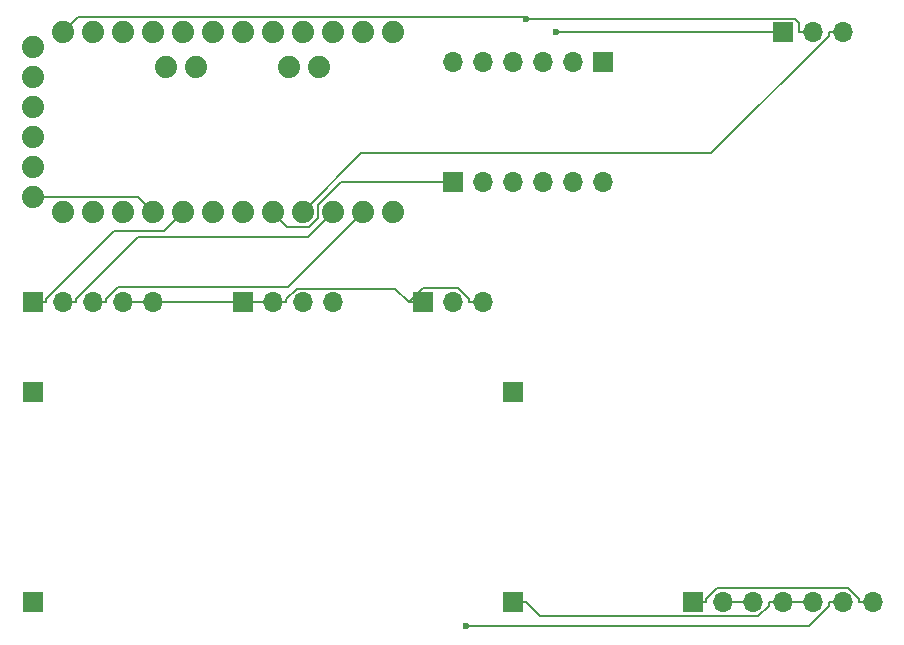
<source format=gbr>
%TF.GenerationSoftware,KiCad,Pcbnew,8.0.6*%
%TF.CreationDate,2024-11-20T22:47:01+01:00*%
%TF.ProjectId,Serverl_fter,53657276-6572-46cf-9c66-7465722e6b69,rev?*%
%TF.SameCoordinates,Original*%
%TF.FileFunction,Copper,L1,Top*%
%TF.FilePolarity,Positive*%
%FSLAX46Y46*%
G04 Gerber Fmt 4.6, Leading zero omitted, Abs format (unit mm)*
G04 Created by KiCad (PCBNEW 8.0.6) date 2024-11-20 22:47:01*
%MOMM*%
%LPD*%
G01*
G04 APERTURE LIST*
%TA.AperFunction,ComponentPad*%
%ADD10R,1.700000X1.700000*%
%TD*%
%TA.AperFunction,ComponentPad*%
%ADD11C,1.879600*%
%TD*%
%TA.AperFunction,ComponentPad*%
%ADD12O,1.700000X1.700000*%
%TD*%
%TA.AperFunction,ViaPad*%
%ADD13C,0.600000*%
%TD*%
%TA.AperFunction,Conductor*%
%ADD14C,0.200000*%
%TD*%
G04 APERTURE END LIST*
D10*
%TO.P,J9,1,Pin_1*%
%TO.N,Net-(J1-Pin_1)*%
X76200000Y-58420000D03*
%TD*%
D11*
%TO.P,U1,JP1_1,DTR*%
%TO.N,unconnected-(U1-DTR-PadJP1_1)*%
X35560000Y-29210000D03*
%TO.P,U1,JP1_2,TXO*%
%TO.N,unconnected-(U1-TXO-PadJP1_2)*%
X35560000Y-31750000D03*
%TO.P,U1,JP1_3,RXI*%
%TO.N,unconnected-(U1-RXI-PadJP1_3)*%
X35560000Y-34290000D03*
%TO.P,U1,JP1_4,VCC*%
%TO.N,unconnected-(U1-VCC-PadJP1_4)*%
X35560000Y-36830000D03*
%TO.P,U1,JP1_5,GND*%
%TO.N,Net-(J1-Pin_1)*%
X35560000Y-39370000D03*
%TO.P,U1,JP1_6,GND*%
X35560000Y-41910000D03*
%TO.P,U1,JP2_1,A4*%
%TO.N,Net-(J5-Pin_3)*%
X49403000Y-30861000D03*
%TO.P,U1,JP2_2,A5*%
%TO.N,Net-(J5-Pin_4)*%
X46863000Y-30861000D03*
%TO.P,U1,JP3_1,A6*%
%TO.N,unconnected-(U1-A6-PadJP3_1)*%
X59817000Y-30861000D03*
%TO.P,U1,JP3_2,A7*%
%TO.N,unconnected-(U1-A7-PadJP3_2)*%
X57277000Y-30861000D03*
%TO.P,U1,JP6_1,RAW*%
%TO.N,Net-(J10-Pin_1)*%
X38100000Y-27940000D03*
%TO.P,U1,JP6_2,GND_1*%
%TO.N,Net-(J1-Pin_1)*%
X40640000Y-27940000D03*
%TO.P,U1,JP6_3,RST_1*%
%TO.N,unconnected-(U1-RST_1-PadJP6_3)*%
X43180000Y-27940000D03*
%TO.P,U1,JP6_4,VCC_1*%
%TO.N,unconnected-(U1-VCC_1-PadJP6_4)*%
X45720000Y-27940000D03*
%TO.P,U1,JP6_5,A3*%
%TO.N,unconnected-(U1-A3-PadJP6_5)*%
X48260000Y-27940000D03*
%TO.P,U1,JP6_6,A2*%
%TO.N,unconnected-(U1-A2-PadJP6_6)*%
X50800000Y-27940000D03*
%TO.P,U1,JP6_7,A1*%
%TO.N,unconnected-(U1-A1-PadJP6_7)*%
X53340000Y-27940000D03*
%TO.P,U1,JP6_8,A0*%
%TO.N,unconnected-(U1-A0-PadJP6_8)*%
X55880000Y-27940000D03*
%TO.P,U1,JP6_9,SCK*%
%TO.N,unconnected-(U1-SCK-PadJP6_9)*%
X58420000Y-27940000D03*
%TO.P,U1,JP6_10,MISO*%
%TO.N,unconnected-(U1-MISO-PadJP6_10)*%
X60960000Y-27940000D03*
%TO.P,U1,JP6_11,MOSI*%
%TO.N,unconnected-(U1-MOSI-PadJP6_11)*%
X63500000Y-27940000D03*
%TO.P,U1,JP6_12,D10*%
%TO.N,unconnected-(U1-D10-PadJP6_12)*%
X66040000Y-27940000D03*
%TO.P,U1,JP7_1,D9*%
%TO.N,unconnected-(U1-D9-PadJP7_1)*%
X66040000Y-43180000D03*
%TO.P,U1,JP7_2,D8*%
%TO.N,Net-(J4-Pin_3)*%
X63500000Y-43180000D03*
%TO.P,U1,JP7_3,D7*%
%TO.N,Net-(J4-Pin_2)*%
X60960000Y-43180000D03*
%TO.P,U1,JP7_4,D6*%
%TO.N,Net-(J7-Pin_3)*%
X58420000Y-43180000D03*
%TO.P,U1,JP7_5,D5*%
%TO.N,Net-(J2-Pin_1)*%
X55880000Y-43180000D03*
%TO.P,U1,JP7_6,D4*%
%TO.N,Net-(J6-Pin_2)*%
X53340000Y-43180000D03*
%TO.P,U1,JP7_7,D3*%
%TO.N,unconnected-(U1-D3-PadJP7_7)*%
X50800000Y-43180000D03*
%TO.P,U1,JP7_8,D2*%
%TO.N,Net-(J4-Pin_1)*%
X48260000Y-43180000D03*
%TO.P,U1,JP7_9,GND_2*%
%TO.N,Net-(J1-Pin_1)*%
X45720000Y-43180000D03*
%TO.P,U1,JP7_10,RST_2*%
%TO.N,unconnected-(U1-RST_2-PadJP7_10)*%
X43180000Y-43180000D03*
%TO.P,U1,JP7_11,RXI_2*%
%TO.N,unconnected-(U1-RXI_2-PadJP7_11)*%
X40640000Y-43180000D03*
%TO.P,U1,JP7_12,TXO_2*%
%TO.N,unconnected-(U1-TXO_2-PadJP7_12)*%
X38100000Y-43180000D03*
%TD*%
D10*
%TO.P,J3,1,Pin_1*%
%TO.N,unconnected-(J3-Pin_1-Pad1)*%
X83820000Y-30480000D03*
D12*
%TO.P,J3,2,Pin_2*%
%TO.N,unconnected-(J3-Pin_2-Pad2)*%
X81280000Y-30480000D03*
%TO.P,J3,3,Pin_3*%
%TO.N,unconnected-(J3-Pin_3-Pad3)*%
X78740000Y-30480000D03*
%TO.P,J3,4,Pin_4*%
%TO.N,unconnected-(J3-Pin_4-Pad4)*%
X76200000Y-30480000D03*
%TO.P,J3,5,Pin_5*%
%TO.N,unconnected-(J3-Pin_5-Pad5)*%
X73660000Y-30480000D03*
%TO.P,J3,6,Pin_6*%
%TO.N,Net-(J1-Pin_6)*%
X71120000Y-30480000D03*
%TD*%
D10*
%TO.P,J4,1,Pin_1*%
%TO.N,Net-(J4-Pin_1)*%
X35560000Y-50800000D03*
D12*
%TO.P,J4,2,Pin_2*%
%TO.N,Net-(J4-Pin_2)*%
X38100000Y-50800000D03*
%TO.P,J4,3,Pin_3*%
%TO.N,Net-(J4-Pin_3)*%
X40640000Y-50800000D03*
%TO.P,J4,4,Pin_4*%
%TO.N,Net-(J1-Pin_1)*%
X43180000Y-50800000D03*
%TO.P,J4,5,Pin_5*%
X45720000Y-50800000D03*
%TD*%
D10*
%TO.P,J6,1,Pin_1*%
%TO.N,Net-(J1-Pin_1)*%
X68580000Y-50800000D03*
D12*
%TO.P,J6,2,Pin_2*%
%TO.N,Net-(J6-Pin_2)*%
X71120000Y-50800000D03*
%TO.P,J6,3,Pin_3*%
%TO.N,Net-(J1-Pin_1)*%
X73660000Y-50800000D03*
%TD*%
D10*
%TO.P,J5,1,Pin_1*%
%TO.N,Net-(J1-Pin_1)*%
X53340000Y-50800000D03*
D12*
%TO.P,J5,2,Pin_2*%
X55880000Y-50800000D03*
%TO.P,J5,3,Pin_3*%
%TO.N,Net-(J5-Pin_3)*%
X58420000Y-50800000D03*
%TO.P,J5,4,Pin_4*%
%TO.N,Net-(J5-Pin_4)*%
X60960000Y-50800000D03*
%TD*%
D10*
%TO.P,J11,1,Pin_1*%
%TO.N,Net-(J1-Pin_1)*%
X35560000Y-58420000D03*
%TD*%
%TO.P,J1,1,Pin_1*%
%TO.N,Net-(J1-Pin_1)*%
X91440000Y-76200000D03*
D12*
%TO.P,J1,2,Pin_2*%
%TO.N,Net-(J1-Pin_2)*%
X93980000Y-76200000D03*
%TO.P,J1,3,Pin_3*%
X96520000Y-76200000D03*
%TO.P,J1,4,Pin_4*%
%TO.N,Net-(J1-Pin_4)*%
X99060000Y-76200000D03*
%TO.P,J1,5,Pin_5*%
X101600000Y-76200000D03*
%TO.P,J1,6,Pin_6*%
%TO.N,Net-(J1-Pin_6)*%
X104140000Y-76200000D03*
%TO.P,J1,7,Pin_7*%
%TO.N,Net-(J1-Pin_1)*%
X106680000Y-76200000D03*
%TD*%
D10*
%TO.P,J2,1,Pin_1*%
%TO.N,Net-(J2-Pin_1)*%
X71120000Y-40640000D03*
D12*
%TO.P,J2,2,Pin_2*%
%TO.N,unconnected-(J2-Pin_2-Pad2)*%
X73660000Y-40640000D03*
%TO.P,J2,3,Pin_3*%
%TO.N,Net-(J10-Pin_1)*%
X76200000Y-40640000D03*
%TO.P,J2,4,Pin_4*%
%TO.N,Net-(J1-Pin_1)*%
X78740000Y-40640000D03*
%TO.P,J2,5,Pin_5*%
%TO.N,unconnected-(J2-Pin_5-Pad5)*%
X81280000Y-40640000D03*
%TO.P,J2,6,Pin_6*%
%TO.N,unconnected-(J2-Pin_6-Pad6)*%
X83820000Y-40640000D03*
%TD*%
D10*
%TO.P,J10,1,Pin_1*%
%TO.N,Net-(J10-Pin_1)*%
X35560000Y-76200000D03*
%TD*%
%TO.P,J8,1,Pin_1*%
%TO.N,Net-(J1-Pin_4)*%
X76200000Y-76200000D03*
%TD*%
%TO.P,J7,1,Pin_1*%
%TO.N,Net-(J1-Pin_1)*%
X99060000Y-27940000D03*
D12*
%TO.P,J7,2,Pin_2*%
%TO.N,Net-(J10-Pin_1)*%
X101600000Y-27940000D03*
%TO.P,J7,3,Pin_3*%
%TO.N,Net-(J7-Pin_3)*%
X104140000Y-27940000D03*
%TD*%
D13*
%TO.N,Net-(J10-Pin_1)*%
X77351700Y-26788300D03*
%TO.N,Net-(J1-Pin_1)*%
X79891700Y-27940000D03*
%TO.N,Net-(J1-Pin_6)*%
X72271700Y-78223600D03*
%TD*%
D14*
%TO.N,Net-(J7-Pin_3)*%
X104140000Y-27940000D02*
X102988300Y-27940000D01*
X63401900Y-38198100D02*
X58420000Y-43180000D01*
X93018100Y-38198100D02*
X63401900Y-38198100D01*
X102988300Y-28227900D02*
X93018100Y-38198100D01*
X102988300Y-27940000D02*
X102988300Y-28227900D01*
%TO.N,Net-(J4-Pin_2)*%
X38100000Y-50800000D02*
X39251700Y-50800000D01*
X58866000Y-45274000D02*
X60960000Y-43180000D01*
X44489800Y-45274000D02*
X58866000Y-45274000D01*
X39251700Y-50512100D02*
X44489800Y-45274000D01*
X39251700Y-50800000D02*
X39251700Y-50512100D01*
%TO.N,Net-(J4-Pin_3)*%
X40640000Y-50800000D02*
X41791700Y-50800000D01*
X41791700Y-50511900D02*
X41791700Y-50800000D01*
X42793500Y-49510100D02*
X41791700Y-50511900D01*
X57169900Y-49510100D02*
X42793500Y-49510100D01*
X63500000Y-43180000D02*
X57169900Y-49510100D01*
%TO.N,Net-(J4-Pin_1)*%
X46651600Y-44788400D02*
X48260000Y-43180000D01*
X42435400Y-44788400D02*
X46651600Y-44788400D01*
X36711700Y-50512100D02*
X42435400Y-44788400D01*
X36711700Y-50800000D02*
X36711700Y-50512100D01*
X35560000Y-50800000D02*
X36711700Y-50800000D01*
%TO.N,Net-(J2-Pin_1)*%
X61636200Y-40640000D02*
X71120000Y-40640000D01*
X59718500Y-42557700D02*
X61636200Y-40640000D01*
X59718500Y-43671100D02*
X59718500Y-42557700D01*
X58956700Y-44432900D02*
X59718500Y-43671100D01*
X57132900Y-44432900D02*
X58956700Y-44432900D01*
X55880000Y-43180000D02*
X57132900Y-44432900D01*
%TO.N,Net-(J10-Pin_1)*%
X101600000Y-27940000D02*
X100448300Y-27940000D01*
X100088400Y-26788300D02*
X77351700Y-26788300D01*
X100448300Y-27148200D02*
X100088400Y-26788300D01*
X100448300Y-27940000D02*
X100448300Y-27148200D01*
X77208100Y-26644700D02*
X77351700Y-26788300D01*
X39395300Y-26644700D02*
X77208100Y-26644700D01*
X38100000Y-27940000D02*
X39395300Y-26644700D01*
%TO.N,Net-(J1-Pin_2)*%
X96520000Y-76200000D02*
X93980000Y-76200000D01*
%TO.N,Net-(J1-Pin_1)*%
X105528300Y-75931500D02*
X105528300Y-76200000D01*
X104631500Y-75034700D02*
X105528300Y-75931500D01*
X93469100Y-75034700D02*
X104631500Y-75034700D01*
X92591700Y-75912100D02*
X93469100Y-75034700D01*
X92591700Y-76200000D02*
X92591700Y-75912100D01*
X91440000Y-76200000D02*
X92591700Y-76200000D01*
X106680000Y-76200000D02*
X105528300Y-76200000D01*
X55880000Y-50800000D02*
X53340000Y-50800000D01*
X53340000Y-50800000D02*
X45720000Y-50800000D01*
X45720000Y-50800000D02*
X43180000Y-50800000D01*
X44450000Y-41910000D02*
X35560000Y-41910000D01*
X45720000Y-43180000D02*
X44450000Y-41910000D01*
X66276600Y-49648300D02*
X67428300Y-50800000D01*
X57933700Y-49648300D02*
X66276600Y-49648300D01*
X57031700Y-50550300D02*
X57933700Y-49648300D01*
X57031700Y-50800000D02*
X57031700Y-50550300D01*
X55880000Y-50800000D02*
X57031700Y-50800000D01*
X68580000Y-50800000D02*
X67428300Y-50800000D01*
X68610400Y-49617900D02*
X67428300Y-50800000D01*
X71614100Y-49617900D02*
X68610400Y-49617900D01*
X72508300Y-50512100D02*
X71614100Y-49617900D01*
X72508300Y-50800000D02*
X72508300Y-50512100D01*
X73660000Y-50800000D02*
X72508300Y-50800000D01*
X99060000Y-27940000D02*
X79891700Y-27940000D01*
%TO.N,Net-(J1-Pin_6)*%
X104140000Y-76200000D02*
X102988300Y-76200000D01*
X101252600Y-78223600D02*
X72271700Y-78223600D01*
X102988300Y-76487900D02*
X101252600Y-78223600D01*
X102988300Y-76200000D02*
X102988300Y-76487900D01*
%TO.N,Net-(J1-Pin_4)*%
X76200000Y-76200000D02*
X77351700Y-76200000D01*
X101600000Y-76200000D02*
X99060000Y-76200000D01*
X99060000Y-76200000D02*
X97908300Y-76200000D01*
X78540800Y-77389100D02*
X77351700Y-76200000D01*
X97007100Y-77389100D02*
X78540800Y-77389100D01*
X97908300Y-76487900D02*
X97007100Y-77389100D01*
X97908300Y-76200000D02*
X97908300Y-76487900D01*
%TD*%
M02*

</source>
